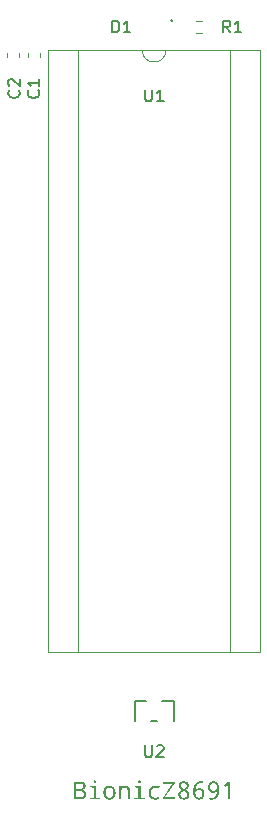
<source format=gbr>
G04 #@! TF.GenerationSoftware,KiCad,Pcbnew,7.0.11+dfsg-1build4*
G04 #@! TF.CreationDate,2024-10-25T09:32:41+09:00*
G04 #@! TF.ProjectId,bionic-z8691,62696f6e-6963-42d7-9a38-3639312e6b69,4*
G04 #@! TF.SameCoordinates,Original*
G04 #@! TF.FileFunction,Legend,Top*
G04 #@! TF.FilePolarity,Positive*
%FSLAX46Y46*%
G04 Gerber Fmt 4.6, Leading zero omitted, Abs format (unit mm)*
G04 Created by KiCad (PCBNEW 7.0.11+dfsg-1build4) date 2024-10-25 09:32:41*
%MOMM*%
%LPD*%
G01*
G04 APERTURE LIST*
%ADD10C,0.150000*%
%ADD11C,0.120000*%
%ADD12C,0.152400*%
G04 APERTURE END LIST*
D10*
G36*
X108648645Y-135669959D02*
G01*
X108665822Y-135670222D01*
X108682697Y-135670660D01*
X108699269Y-135671274D01*
X108715538Y-135672063D01*
X108731504Y-135673027D01*
X108747168Y-135674167D01*
X108762529Y-135675481D01*
X108777588Y-135676972D01*
X108792344Y-135678637D01*
X108820947Y-135682494D01*
X108848340Y-135687052D01*
X108874522Y-135692311D01*
X108899494Y-135698272D01*
X108923255Y-135704934D01*
X108945805Y-135712297D01*
X108967144Y-135720361D01*
X108987272Y-135729127D01*
X109006190Y-135738593D01*
X109023897Y-135748761D01*
X109040394Y-135759631D01*
X109055833Y-135771236D01*
X109070275Y-135783702D01*
X109083722Y-135797030D01*
X109096173Y-135811219D01*
X109107627Y-135826270D01*
X109118086Y-135842183D01*
X109127548Y-135858957D01*
X109136015Y-135876592D01*
X109143485Y-135895090D01*
X109149960Y-135914448D01*
X109155438Y-135934668D01*
X109159920Y-135955750D01*
X109163406Y-135977693D01*
X109165896Y-136000498D01*
X109167391Y-136024164D01*
X109167889Y-136048692D01*
X109167572Y-136064915D01*
X109166623Y-136080795D01*
X109165042Y-136096331D01*
X109162828Y-136111524D01*
X109159982Y-136126373D01*
X109156503Y-136140879D01*
X109152391Y-136155041D01*
X109145038Y-136175640D01*
X109136261Y-136195467D01*
X109126061Y-136214521D01*
X109114438Y-136232802D01*
X109101392Y-136250310D01*
X109091903Y-136261553D01*
X109086922Y-136267045D01*
X109076578Y-136277631D01*
X109065787Y-136287682D01*
X109054550Y-136297197D01*
X109042867Y-136306177D01*
X109030737Y-136314622D01*
X109018160Y-136322532D01*
X109005137Y-136329907D01*
X108991667Y-136336746D01*
X108977751Y-136343050D01*
X108963389Y-136348819D01*
X108948579Y-136354052D01*
X108933324Y-136358751D01*
X108917622Y-136362914D01*
X108901473Y-136366542D01*
X108884878Y-136369634D01*
X108867836Y-136372192D01*
X108867836Y-136382450D01*
X108888889Y-136386165D01*
X108909273Y-136390350D01*
X108928988Y-136395004D01*
X108948036Y-136400127D01*
X108966415Y-136405720D01*
X108984125Y-136411782D01*
X109001168Y-136418314D01*
X109017542Y-136425315D01*
X109033248Y-136432785D01*
X109048285Y-136440725D01*
X109062654Y-136449134D01*
X109076355Y-136458013D01*
X109089387Y-136467361D01*
X109101751Y-136477178D01*
X109113447Y-136487465D01*
X109124474Y-136498221D01*
X109134833Y-136509447D01*
X109144524Y-136521142D01*
X109153547Y-136533306D01*
X109161901Y-136545940D01*
X109169587Y-136559043D01*
X109176604Y-136572616D01*
X109182953Y-136586658D01*
X109188634Y-136601169D01*
X109193646Y-136616150D01*
X109197991Y-136631601D01*
X109201666Y-136647520D01*
X109204674Y-136663909D01*
X109207013Y-136680768D01*
X109208684Y-136698096D01*
X109209686Y-136715893D01*
X109210020Y-136734160D01*
X109209507Y-136759281D01*
X109207965Y-136783722D01*
X109205397Y-136807481D01*
X109201800Y-136830559D01*
X109197176Y-136852956D01*
X109191525Y-136874672D01*
X109184846Y-136895706D01*
X109177139Y-136916060D01*
X109168405Y-136935732D01*
X109158644Y-136954722D01*
X109147854Y-136973032D01*
X109136038Y-136990660D01*
X109123194Y-137007608D01*
X109109322Y-137023874D01*
X109094422Y-137039458D01*
X109078496Y-137054362D01*
X109061727Y-137068426D01*
X109044212Y-137081582D01*
X109025950Y-137093831D01*
X109006940Y-137105172D01*
X108987184Y-137115606D01*
X108966680Y-137125133D01*
X108945430Y-137133753D01*
X108923432Y-137141465D01*
X108900687Y-137148270D01*
X108877196Y-137154168D01*
X108852957Y-137159158D01*
X108827971Y-137163241D01*
X108802238Y-137166417D01*
X108775759Y-137168685D01*
X108748532Y-137170046D01*
X108720558Y-137170500D01*
X108177606Y-137170500D01*
X108177606Y-136466714D01*
X108370314Y-136466714D01*
X108370314Y-137006735D01*
X108686486Y-137006735D01*
X108706208Y-137006461D01*
X108725305Y-137005640D01*
X108743775Y-137004271D01*
X108761619Y-137002355D01*
X108778837Y-136999892D01*
X108795429Y-136996881D01*
X108811395Y-136993323D01*
X108826735Y-136989218D01*
X108841448Y-136984565D01*
X108855536Y-136979365D01*
X108881832Y-136967322D01*
X108905625Y-136953089D01*
X108926912Y-136936668D01*
X108945696Y-136918056D01*
X108961975Y-136897255D01*
X108975749Y-136874264D01*
X108987019Y-136849084D01*
X108995785Y-136821714D01*
X108999228Y-136807207D01*
X109002046Y-136792154D01*
X109004237Y-136776553D01*
X109005802Y-136760405D01*
X109006742Y-136743709D01*
X109007055Y-136726466D01*
X109006729Y-136710485D01*
X109005751Y-136695012D01*
X109004121Y-136680045D01*
X108998906Y-136651635D01*
X108991084Y-136625254D01*
X108980654Y-136600902D01*
X108967616Y-136578580D01*
X108951972Y-136558287D01*
X108933719Y-136540023D01*
X108912859Y-136523788D01*
X108889392Y-136509583D01*
X108863317Y-136497407D01*
X108849302Y-136492080D01*
X108834635Y-136487261D01*
X108819316Y-136482948D01*
X108803345Y-136479143D01*
X108786722Y-136475846D01*
X108769448Y-136473055D01*
X108751521Y-136470772D01*
X108732943Y-136468997D01*
X108713713Y-136467728D01*
X108693831Y-136466967D01*
X108673297Y-136466714D01*
X108370314Y-136466714D01*
X108177606Y-136466714D01*
X108177606Y-135833636D01*
X108370314Y-135833636D01*
X108370314Y-136302949D01*
X108662672Y-136302949D01*
X108682436Y-136302730D01*
X108701518Y-136302073D01*
X108719919Y-136300978D01*
X108737640Y-136299446D01*
X108754678Y-136297475D01*
X108771036Y-136295066D01*
X108786712Y-136292220D01*
X108801707Y-136288935D01*
X108816021Y-136285213D01*
X108836215Y-136278809D01*
X108854876Y-136271419D01*
X108872004Y-136263043D01*
X108887600Y-136253683D01*
X108897145Y-136246895D01*
X108910305Y-136235741D01*
X108922171Y-136223299D01*
X108932742Y-136209569D01*
X108942019Y-136194551D01*
X108950002Y-136178245D01*
X108956690Y-136160651D01*
X108962083Y-136141769D01*
X108966182Y-136121599D01*
X108968987Y-136100141D01*
X108970137Y-136085120D01*
X108970713Y-136069526D01*
X108970785Y-136061515D01*
X108970477Y-136046535D01*
X108968862Y-136025081D01*
X108965862Y-136004843D01*
X108961477Y-135985822D01*
X108955708Y-135968019D01*
X108948554Y-135951433D01*
X108940016Y-135936064D01*
X108930093Y-135921912D01*
X108918785Y-135908977D01*
X108906093Y-135897260D01*
X108892016Y-135886759D01*
X108876436Y-135877265D01*
X108859232Y-135868706D01*
X108840406Y-135861080D01*
X108819957Y-135854387D01*
X108805423Y-135850445D01*
X108790167Y-135846917D01*
X108774190Y-135843804D01*
X108757492Y-135841107D01*
X108740072Y-135838824D01*
X108721932Y-135836956D01*
X108703070Y-135835504D01*
X108683486Y-135834466D01*
X108663182Y-135833844D01*
X108642156Y-135833636D01*
X108370314Y-135833636D01*
X108177606Y-135833636D01*
X108177606Y-135669871D01*
X108631165Y-135669871D01*
X108648645Y-135669959D01*
G37*
G36*
X109950809Y-135576082D02*
G01*
X109970320Y-135577109D01*
X109987912Y-135580191D01*
X110003585Y-135585327D01*
X110017338Y-135592517D01*
X110029173Y-135601762D01*
X110039088Y-135613061D01*
X110047085Y-135626414D01*
X110053162Y-135641822D01*
X110057320Y-135659284D01*
X110059559Y-135678800D01*
X110059986Y-135692952D01*
X110059189Y-135710766D01*
X110056801Y-135727113D01*
X110052821Y-135741993D01*
X110045943Y-135757913D01*
X110036773Y-135771720D01*
X110027379Y-135781613D01*
X110014864Y-135791449D01*
X110001499Y-135799250D01*
X109987284Y-135805015D01*
X109972218Y-135808746D01*
X109956303Y-135810442D01*
X109950809Y-135810555D01*
X109931102Y-135809522D01*
X109913333Y-135806421D01*
X109897502Y-135801253D01*
X109883610Y-135794017D01*
X109871656Y-135784715D01*
X109861641Y-135773345D01*
X109853564Y-135759908D01*
X109847426Y-135744404D01*
X109843226Y-135726832D01*
X109840964Y-135707193D01*
X109840533Y-135692952D01*
X109841503Y-135672066D01*
X109844410Y-135653235D01*
X109849256Y-135636458D01*
X109856041Y-135621735D01*
X109864764Y-135609066D01*
X109875425Y-135598452D01*
X109888025Y-135589892D01*
X109902563Y-135583387D01*
X109919040Y-135578935D01*
X109937455Y-135576539D01*
X109950809Y-135576082D01*
G37*
G36*
X109856287Y-136192307D02*
G01*
X109578949Y-136170691D01*
X109578949Y-136045028D01*
X110043499Y-136045028D01*
X110043499Y-137023221D01*
X110406200Y-137043737D01*
X110406200Y-137170500D01*
X109501646Y-137170500D01*
X109501646Y-137043737D01*
X109856287Y-137023221D01*
X109856287Y-136192307D01*
G37*
G36*
X111221638Y-136022205D02*
G01*
X111248757Y-136024077D01*
X111275242Y-136027197D01*
X111301090Y-136031565D01*
X111326304Y-136037180D01*
X111350882Y-136044044D01*
X111374824Y-136052155D01*
X111398131Y-136061515D01*
X111420803Y-136072122D01*
X111442839Y-136083978D01*
X111464240Y-136097081D01*
X111485005Y-136111432D01*
X111505135Y-136127031D01*
X111524630Y-136143878D01*
X111543489Y-136161973D01*
X111561713Y-136181316D01*
X111579059Y-136201692D01*
X111595287Y-136222887D01*
X111610395Y-136244900D01*
X111624384Y-136267732D01*
X111637254Y-136291383D01*
X111649005Y-136315852D01*
X111659636Y-136341140D01*
X111669149Y-136367246D01*
X111677542Y-136394171D01*
X111684817Y-136421914D01*
X111690972Y-136450476D01*
X111693630Y-136465064D01*
X111696008Y-136479857D01*
X111698106Y-136494854D01*
X111699925Y-136510056D01*
X111701464Y-136525463D01*
X111702723Y-136541074D01*
X111703702Y-136556890D01*
X111704402Y-136572911D01*
X111704821Y-136589136D01*
X111704961Y-136605566D01*
X111704823Y-136622534D01*
X111704409Y-136639277D01*
X111703718Y-136655793D01*
X111702751Y-136672084D01*
X111701509Y-136688148D01*
X111699989Y-136703986D01*
X111698194Y-136719598D01*
X111696123Y-136734984D01*
X111693775Y-136750144D01*
X111691151Y-136765077D01*
X111688251Y-136779785D01*
X111685074Y-136794266D01*
X111681622Y-136808522D01*
X111673888Y-136836354D01*
X111665050Y-136863282D01*
X111655106Y-136889305D01*
X111644058Y-136914424D01*
X111631905Y-136938638D01*
X111618647Y-136961948D01*
X111604285Y-136984354D01*
X111588817Y-137005855D01*
X111572245Y-137026451D01*
X111563545Y-137036410D01*
X111545547Y-137055487D01*
X111526816Y-137073333D01*
X111507353Y-137089948D01*
X111487158Y-137105332D01*
X111466229Y-137119486D01*
X111444568Y-137132409D01*
X111422174Y-137144101D01*
X111399047Y-137154563D01*
X111375187Y-137163793D01*
X111350595Y-137171793D01*
X111325270Y-137178562D01*
X111299213Y-137184101D01*
X111272422Y-137188408D01*
X111244899Y-137191485D01*
X111216643Y-137193331D01*
X111187655Y-137193947D01*
X111160119Y-137193321D01*
X111133198Y-137191445D01*
X111106893Y-137188318D01*
X111081203Y-137183940D01*
X111056129Y-137178312D01*
X111031669Y-137171433D01*
X111007826Y-137163302D01*
X110984597Y-137153922D01*
X110961984Y-137143290D01*
X110939987Y-137131407D01*
X110918605Y-137118274D01*
X110897838Y-137103890D01*
X110877686Y-137088255D01*
X110858150Y-137071369D01*
X110839229Y-137053233D01*
X110820924Y-137033846D01*
X110803533Y-137013368D01*
X110787264Y-136992051D01*
X110772118Y-136969896D01*
X110758093Y-136946903D01*
X110745190Y-136923071D01*
X110733409Y-136898400D01*
X110722750Y-136872890D01*
X110713213Y-136846542D01*
X110704798Y-136819355D01*
X110697505Y-136791330D01*
X110694279Y-136777002D01*
X110691334Y-136762466D01*
X110688669Y-136747719D01*
X110686285Y-136732763D01*
X110684182Y-136717597D01*
X110682358Y-136702222D01*
X110680816Y-136686636D01*
X110679553Y-136670842D01*
X110678572Y-136654837D01*
X110677870Y-136638623D01*
X110677450Y-136622199D01*
X110677309Y-136605566D01*
X110871116Y-136605566D01*
X110871429Y-136632186D01*
X110872368Y-136657960D01*
X110873934Y-136682890D01*
X110876125Y-136706974D01*
X110878942Y-136730214D01*
X110882386Y-136752608D01*
X110886456Y-136774157D01*
X110891152Y-136794862D01*
X110896474Y-136814721D01*
X110902422Y-136833735D01*
X110908996Y-136851904D01*
X110916196Y-136869228D01*
X110924022Y-136885707D01*
X110932475Y-136901341D01*
X110941554Y-136916129D01*
X110951258Y-136930073D01*
X110961589Y-136943172D01*
X110972546Y-136955425D01*
X110984129Y-136966834D01*
X110996338Y-136977397D01*
X111009173Y-136987115D01*
X111022635Y-136995988D01*
X111036722Y-137004017D01*
X111051436Y-137011200D01*
X111066776Y-137017538D01*
X111082741Y-137023031D01*
X111099333Y-137027679D01*
X111116551Y-137031481D01*
X111134396Y-137034439D01*
X111152866Y-137036552D01*
X111171962Y-137037819D01*
X111191685Y-137038242D01*
X111211340Y-137037819D01*
X111230371Y-137036552D01*
X111248777Y-137034439D01*
X111266560Y-137031481D01*
X111283719Y-137027679D01*
X111300255Y-137023031D01*
X111316166Y-137017538D01*
X111331453Y-137011200D01*
X111346116Y-137004017D01*
X111360155Y-136995988D01*
X111373570Y-136987115D01*
X111386362Y-136977397D01*
X111398529Y-136966834D01*
X111410072Y-136955425D01*
X111420992Y-136943172D01*
X111431287Y-136930073D01*
X111440958Y-136916129D01*
X111450006Y-136901341D01*
X111458429Y-136885707D01*
X111466229Y-136869228D01*
X111473405Y-136851904D01*
X111479956Y-136833735D01*
X111485884Y-136814721D01*
X111491188Y-136794862D01*
X111495867Y-136774157D01*
X111499923Y-136752608D01*
X111503355Y-136730214D01*
X111506163Y-136706974D01*
X111508347Y-136682890D01*
X111509906Y-136657960D01*
X111510842Y-136632186D01*
X111511154Y-136605566D01*
X111510840Y-136579217D01*
X111509898Y-136553704D01*
X111508327Y-136529028D01*
X111506128Y-136505188D01*
X111503301Y-136482184D01*
X111499846Y-136460018D01*
X111495762Y-136438687D01*
X111491050Y-136418193D01*
X111485710Y-136398536D01*
X111479742Y-136379715D01*
X111473145Y-136361731D01*
X111465920Y-136344583D01*
X111458067Y-136328271D01*
X111449585Y-136312796D01*
X111440475Y-136298158D01*
X111430737Y-136284356D01*
X111420371Y-136271390D01*
X111409377Y-136259261D01*
X111397754Y-136247969D01*
X111385503Y-136237513D01*
X111372624Y-136227893D01*
X111359116Y-136219110D01*
X111344980Y-136211164D01*
X111330216Y-136204053D01*
X111314824Y-136197780D01*
X111298803Y-136192343D01*
X111282155Y-136187742D01*
X111264877Y-136183978D01*
X111246972Y-136181050D01*
X111228439Y-136178959D01*
X111209277Y-136177704D01*
X111189487Y-136177286D01*
X111169899Y-136177704D01*
X111150934Y-136178959D01*
X111132590Y-136181050D01*
X111114868Y-136183978D01*
X111097769Y-136187742D01*
X111081290Y-136192343D01*
X111065434Y-136197780D01*
X111050199Y-136204053D01*
X111035587Y-136211164D01*
X111021596Y-136219110D01*
X111008227Y-136227893D01*
X110995480Y-136237513D01*
X110983354Y-136247969D01*
X110971850Y-136259261D01*
X110960969Y-136271390D01*
X110950709Y-136284356D01*
X110941071Y-136298158D01*
X110932054Y-136312796D01*
X110923660Y-136328271D01*
X110915887Y-136344583D01*
X110908736Y-136361731D01*
X110902207Y-136379715D01*
X110896300Y-136398536D01*
X110891014Y-136418193D01*
X110886351Y-136438687D01*
X110882309Y-136460018D01*
X110878889Y-136482184D01*
X110876091Y-136505188D01*
X110873914Y-136529028D01*
X110872360Y-136553704D01*
X110871427Y-136579217D01*
X110871116Y-136605566D01*
X110677309Y-136605566D01*
X110677446Y-136588756D01*
X110677855Y-136572169D01*
X110678536Y-136555806D01*
X110679490Y-136539666D01*
X110680717Y-136523749D01*
X110682217Y-136508056D01*
X110683989Y-136492585D01*
X110686033Y-136477338D01*
X110688351Y-136462315D01*
X110690941Y-136447514D01*
X110693803Y-136432937D01*
X110696938Y-136418583D01*
X110704027Y-136390544D01*
X110712206Y-136363399D01*
X110721475Y-136337147D01*
X110731835Y-136311787D01*
X110743285Y-136287321D01*
X110755826Y-136263748D01*
X110769457Y-136241068D01*
X110784179Y-136219280D01*
X110799991Y-136198386D01*
X110816894Y-136178385D01*
X110834724Y-136159397D01*
X110853319Y-136141634D01*
X110872677Y-136125096D01*
X110892800Y-136109783D01*
X110913687Y-136095695D01*
X110935339Y-136082833D01*
X110957754Y-136071195D01*
X110980934Y-136060782D01*
X111004878Y-136051594D01*
X111029586Y-136043632D01*
X111055058Y-136036894D01*
X111081295Y-136031381D01*
X111108295Y-136027094D01*
X111136060Y-136024031D01*
X111164590Y-136022194D01*
X111193883Y-136021581D01*
X111221638Y-136022205D01*
G37*
G36*
X112733346Y-137170500D02*
G01*
X112733346Y-136444366D01*
X112733106Y-136427934D01*
X112732388Y-136412024D01*
X112731191Y-136396635D01*
X112729516Y-136381769D01*
X112724729Y-136353600D01*
X112718027Y-136327518D01*
X112709410Y-136303523D01*
X112698879Y-136281614D01*
X112686432Y-136261792D01*
X112672071Y-136244056D01*
X112655795Y-136228407D01*
X112637604Y-136214844D01*
X112617499Y-136203368D01*
X112595478Y-136193978D01*
X112571543Y-136186675D01*
X112545693Y-136181459D01*
X112517928Y-136178329D01*
X112488248Y-136177286D01*
X112468773Y-136177685D01*
X112449917Y-136178883D01*
X112431679Y-136180879D01*
X112414059Y-136183674D01*
X112397058Y-136187268D01*
X112380674Y-136191660D01*
X112364909Y-136196851D01*
X112349762Y-136202840D01*
X112335234Y-136209628D01*
X112321323Y-136217214D01*
X112308031Y-136225599D01*
X112295357Y-136234782D01*
X112283301Y-136244764D01*
X112271864Y-136255545D01*
X112261045Y-136267124D01*
X112250844Y-136279502D01*
X112241261Y-136292678D01*
X112232297Y-136306653D01*
X112223950Y-136321426D01*
X112216222Y-136336998D01*
X112209113Y-136353368D01*
X112202621Y-136370537D01*
X112196748Y-136388505D01*
X112191493Y-136407271D01*
X112186856Y-136426836D01*
X112182838Y-136447199D01*
X112179437Y-136468361D01*
X112176655Y-136490321D01*
X112174491Y-136513080D01*
X112172946Y-136536638D01*
X112172018Y-136560994D01*
X112171709Y-136586148D01*
X112171709Y-137170500D01*
X111984131Y-137170500D01*
X111984131Y-136045028D01*
X112135439Y-136045028D01*
X112163283Y-136194871D01*
X112173541Y-136194871D01*
X112187346Y-136173887D01*
X112202198Y-136154257D01*
X112218097Y-136135980D01*
X112235044Y-136119057D01*
X112253039Y-136103488D01*
X112272082Y-136089273D01*
X112292171Y-136076411D01*
X112313309Y-136064904D01*
X112335494Y-136054750D01*
X112358727Y-136045950D01*
X112383007Y-136038504D01*
X112408335Y-136032412D01*
X112434710Y-136027673D01*
X112462133Y-136024289D01*
X112490604Y-136022258D01*
X112520122Y-136021581D01*
X112544780Y-136021984D01*
X112568656Y-136023191D01*
X112591749Y-136025204D01*
X112614060Y-136028021D01*
X112635587Y-136031644D01*
X112656332Y-136036071D01*
X112676294Y-136041304D01*
X112695473Y-136047341D01*
X112713869Y-136054184D01*
X112731482Y-136061831D01*
X112748313Y-136070284D01*
X112764361Y-136079541D01*
X112779626Y-136089604D01*
X112794108Y-136100471D01*
X112807807Y-136112144D01*
X112820724Y-136124621D01*
X112832857Y-136137904D01*
X112844208Y-136151991D01*
X112854776Y-136166884D01*
X112864561Y-136182581D01*
X112873564Y-136199084D01*
X112881783Y-136216391D01*
X112889220Y-136234504D01*
X112895874Y-136253421D01*
X112901745Y-136273144D01*
X112906833Y-136293671D01*
X112911139Y-136315004D01*
X112914662Y-136337141D01*
X112917401Y-136360083D01*
X112919359Y-136383831D01*
X112920533Y-136408383D01*
X112920924Y-136433741D01*
X112920924Y-137170500D01*
X112733346Y-137170500D01*
G37*
G36*
X113731688Y-135576082D02*
G01*
X113751199Y-135577109D01*
X113768791Y-135580191D01*
X113784464Y-135585327D01*
X113798218Y-135592517D01*
X113810052Y-135601762D01*
X113819968Y-135613061D01*
X113827964Y-135626414D01*
X113834041Y-135641822D01*
X113838199Y-135659284D01*
X113840438Y-135678800D01*
X113840865Y-135692952D01*
X113840069Y-135710766D01*
X113837681Y-135727113D01*
X113833700Y-135741993D01*
X113826822Y-135757913D01*
X113817652Y-135771720D01*
X113808258Y-135781613D01*
X113795743Y-135791449D01*
X113782378Y-135799250D01*
X113768163Y-135805015D01*
X113753098Y-135808746D01*
X113737182Y-135810442D01*
X113731688Y-135810555D01*
X113711981Y-135809522D01*
X113694212Y-135806421D01*
X113678381Y-135801253D01*
X113664489Y-135794017D01*
X113652535Y-135784715D01*
X113642520Y-135773345D01*
X113634443Y-135759908D01*
X113628305Y-135744404D01*
X113624105Y-135726832D01*
X113621843Y-135707193D01*
X113621413Y-135692952D01*
X113622382Y-135672066D01*
X113625290Y-135653235D01*
X113630136Y-135636458D01*
X113636920Y-135621735D01*
X113645643Y-135609066D01*
X113656305Y-135598452D01*
X113668904Y-135589892D01*
X113683443Y-135583387D01*
X113699919Y-135578935D01*
X113718335Y-135576539D01*
X113731688Y-135576082D01*
G37*
G36*
X113637166Y-136192307D02*
G01*
X113359829Y-136170691D01*
X113359829Y-136045028D01*
X113824378Y-136045028D01*
X113824378Y-137023221D01*
X114187079Y-137043737D01*
X114187079Y-137170500D01*
X113282526Y-137170500D01*
X113282526Y-137043737D01*
X113637166Y-137023221D01*
X113637166Y-136192307D01*
G37*
G36*
X115433084Y-136082398D02*
G01*
X115369337Y-136245063D01*
X115350140Y-136237832D01*
X115331200Y-136231067D01*
X115312519Y-136224769D01*
X115294094Y-136218937D01*
X115275928Y-136213572D01*
X115258019Y-136208673D01*
X115240368Y-136204241D01*
X115222974Y-136200275D01*
X115205838Y-136196776D01*
X115188959Y-136193744D01*
X115172338Y-136191178D01*
X115155975Y-136189078D01*
X115139869Y-136187445D01*
X115124021Y-136186279D01*
X115108431Y-136185579D01*
X115093098Y-136185346D01*
X115069589Y-136185762D01*
X115046826Y-136187010D01*
X115024809Y-136189091D01*
X115003539Y-136192004D01*
X114983015Y-136195748D01*
X114963238Y-136200325D01*
X114944206Y-136205735D01*
X114925921Y-136211976D01*
X114908383Y-136219050D01*
X114891590Y-136226956D01*
X114875544Y-136235694D01*
X114860245Y-136245264D01*
X114845691Y-136255666D01*
X114831884Y-136266901D01*
X114818824Y-136278967D01*
X114806509Y-136291866D01*
X114794941Y-136305598D01*
X114784120Y-136320161D01*
X114774044Y-136335556D01*
X114764715Y-136351784D01*
X114756133Y-136368844D01*
X114748296Y-136386736D01*
X114741206Y-136405460D01*
X114734862Y-136425017D01*
X114729265Y-136445406D01*
X114724414Y-136466626D01*
X114720309Y-136488679D01*
X114716951Y-136511565D01*
X114714338Y-136535282D01*
X114712473Y-136559832D01*
X114711353Y-136585214D01*
X114710980Y-136611428D01*
X114711343Y-136637191D01*
X114712433Y-136662136D01*
X114714248Y-136686264D01*
X114716790Y-136709573D01*
X114720059Y-136732065D01*
X114724053Y-136753739D01*
X114728774Y-136774595D01*
X114734221Y-136794633D01*
X114740395Y-136813853D01*
X114747294Y-136832255D01*
X114754920Y-136849840D01*
X114763273Y-136866606D01*
X114772351Y-136882555D01*
X114782156Y-136897685D01*
X114792687Y-136911998D01*
X114803945Y-136925493D01*
X114815929Y-136938171D01*
X114828639Y-136950030D01*
X114842075Y-136961071D01*
X114856238Y-136971295D01*
X114871127Y-136980700D01*
X114886742Y-136989288D01*
X114903083Y-136997058D01*
X114920151Y-137004010D01*
X114937945Y-137010144D01*
X114956465Y-137015460D01*
X114975712Y-137019958D01*
X114995685Y-137023639D01*
X115016384Y-137026502D01*
X115037810Y-137028546D01*
X115059962Y-137029773D01*
X115082840Y-137030182D01*
X115103109Y-137029933D01*
X115123432Y-137029186D01*
X115143809Y-137027941D01*
X115164241Y-137026198D01*
X115184728Y-137023957D01*
X115205268Y-137021218D01*
X115225863Y-137017980D01*
X115246513Y-137014245D01*
X115267217Y-137010012D01*
X115287975Y-137005281D01*
X115308788Y-137000051D01*
X115329655Y-136994324D01*
X115350576Y-136988099D01*
X115371552Y-136981375D01*
X115392582Y-136974154D01*
X115413667Y-136966435D01*
X115413667Y-137131299D01*
X115396157Y-137138885D01*
X115378158Y-137145982D01*
X115359669Y-137152589D01*
X115340691Y-137158707D01*
X115321224Y-137164336D01*
X115301267Y-137169475D01*
X115280821Y-137174125D01*
X115259885Y-137178285D01*
X115238460Y-137181956D01*
X115216545Y-137185137D01*
X115194141Y-137187829D01*
X115171248Y-137190031D01*
X115147865Y-137191744D01*
X115123993Y-137192968D01*
X115099631Y-137193702D01*
X115074780Y-137193947D01*
X115058340Y-137193800D01*
X115042132Y-137193361D01*
X115026154Y-137192630D01*
X115010408Y-137191606D01*
X114994893Y-137190289D01*
X114979609Y-137188679D01*
X114964557Y-137186777D01*
X114949735Y-137184582D01*
X114935144Y-137182094D01*
X114906657Y-137176241D01*
X114879094Y-137169217D01*
X114852455Y-137161022D01*
X114826741Y-137151657D01*
X114801951Y-137141121D01*
X114778086Y-137129415D01*
X114755145Y-137116538D01*
X114733129Y-137102490D01*
X114712037Y-137087271D01*
X114691870Y-137070882D01*
X114672627Y-137053323D01*
X114663353Y-137044104D01*
X114645651Y-137024864D01*
X114629092Y-137004605D01*
X114613674Y-136983327D01*
X114599399Y-136961031D01*
X114586266Y-136937715D01*
X114574275Y-136913380D01*
X114563425Y-136888027D01*
X114553718Y-136861654D01*
X114545153Y-136834263D01*
X114537730Y-136805853D01*
X114534446Y-136791265D01*
X114531449Y-136776423D01*
X114528736Y-136761326D01*
X114526309Y-136745975D01*
X114524168Y-136730369D01*
X114522312Y-136714508D01*
X114520742Y-136698392D01*
X114519457Y-136682021D01*
X114518458Y-136665396D01*
X114517744Y-136648516D01*
X114517316Y-136631382D01*
X114517173Y-136613992D01*
X114517319Y-136596038D01*
X114517757Y-136578353D01*
X114518487Y-136560938D01*
X114519509Y-136543793D01*
X114520823Y-136526918D01*
X114522428Y-136510313D01*
X114524326Y-136493977D01*
X114526516Y-136477911D01*
X114528997Y-136462115D01*
X114531771Y-136446588D01*
X114534836Y-136431331D01*
X114538193Y-136416344D01*
X114541843Y-136401627D01*
X114545784Y-136387180D01*
X114550017Y-136373002D01*
X114559360Y-136345456D01*
X114569870Y-136318989D01*
X114581547Y-136293601D01*
X114594393Y-136269292D01*
X114608407Y-136246063D01*
X114623588Y-136223912D01*
X114639937Y-136202840D01*
X114657454Y-136182848D01*
X114666650Y-136173256D01*
X114685808Y-136154889D01*
X114705914Y-136137707D01*
X114726967Y-136121710D01*
X114748967Y-136106898D01*
X114771915Y-136093271D01*
X114795810Y-136080829D01*
X114820653Y-136069572D01*
X114846443Y-136059500D01*
X114873181Y-136050613D01*
X114900865Y-136042910D01*
X114929498Y-136036393D01*
X114944169Y-136033579D01*
X114959077Y-136031061D01*
X114974222Y-136028839D01*
X114989604Y-136026913D01*
X115005223Y-136025284D01*
X115021079Y-136023951D01*
X115037171Y-136022914D01*
X115053501Y-136022174D01*
X115070067Y-136021729D01*
X115086870Y-136021581D01*
X115109732Y-136021819D01*
X115132431Y-136022531D01*
X115154966Y-136023719D01*
X115177339Y-136025382D01*
X115199548Y-136027520D01*
X115221594Y-136030133D01*
X115243478Y-136033222D01*
X115265198Y-136036785D01*
X115286754Y-136040824D01*
X115308148Y-136045338D01*
X115329379Y-136050326D01*
X115350446Y-136055790D01*
X115371350Y-136061730D01*
X115392091Y-136068144D01*
X115412669Y-136075033D01*
X115433084Y-136082398D01*
G37*
G36*
X116758224Y-137170500D02*
G01*
X115705293Y-137170500D01*
X115705293Y-137023221D01*
X116522285Y-135838765D01*
X115726908Y-135838765D01*
X115726908Y-135669871D01*
X116737707Y-135669871D01*
X116737707Y-135817150D01*
X115920715Y-137001606D01*
X116758224Y-137001606D01*
X116758224Y-137170500D01*
G37*
G36*
X117516589Y-135646805D02*
G01*
X117539461Y-135647947D01*
X117561766Y-135649850D01*
X117583505Y-135652515D01*
X117604677Y-135655941D01*
X117625282Y-135660128D01*
X117645320Y-135665077D01*
X117664792Y-135670787D01*
X117683697Y-135677259D01*
X117702035Y-135684492D01*
X117719807Y-135692486D01*
X117737011Y-135701241D01*
X117753650Y-135710758D01*
X117769721Y-135721037D01*
X117785226Y-135732076D01*
X117800163Y-135743877D01*
X117814404Y-135756326D01*
X117827727Y-135769311D01*
X117840130Y-135782830D01*
X117851615Y-135796885D01*
X117862181Y-135811476D01*
X117871828Y-135826601D01*
X117880556Y-135842262D01*
X117888366Y-135858457D01*
X117895256Y-135875189D01*
X117901229Y-135892455D01*
X117906282Y-135910256D01*
X117910416Y-135928593D01*
X117913632Y-135947465D01*
X117915929Y-135966873D01*
X117917307Y-135986815D01*
X117917766Y-136007293D01*
X117916712Y-136036336D01*
X117913548Y-136064572D01*
X117908274Y-136092000D01*
X117900891Y-136118622D01*
X117891398Y-136144436D01*
X117879796Y-136169443D01*
X117866085Y-136193644D01*
X117850264Y-136217036D01*
X117832333Y-136239622D01*
X117822577Y-136250612D01*
X117812294Y-136261401D01*
X117801483Y-136271988D01*
X117790144Y-136282372D01*
X117778279Y-136292555D01*
X117765886Y-136302537D01*
X117752965Y-136312316D01*
X117739517Y-136321894D01*
X117725542Y-136331270D01*
X117711040Y-136340444D01*
X117696010Y-136349416D01*
X117680453Y-136358187D01*
X117664368Y-136366756D01*
X117647756Y-136375123D01*
X117667343Y-136385500D01*
X117686309Y-136396025D01*
X117704652Y-136406698D01*
X117722374Y-136417518D01*
X117739474Y-136428485D01*
X117755952Y-136439600D01*
X117771809Y-136450862D01*
X117787043Y-136462272D01*
X117801656Y-136473829D01*
X117815647Y-136485533D01*
X117829016Y-136497385D01*
X117841763Y-136509384D01*
X117853888Y-136521530D01*
X117865392Y-136533824D01*
X117876274Y-136546266D01*
X117886534Y-136558854D01*
X117896172Y-136571591D01*
X117905188Y-136584474D01*
X117913583Y-136597505D01*
X117921356Y-136610683D01*
X117928507Y-136624009D01*
X117935036Y-136637482D01*
X117940943Y-136651103D01*
X117946228Y-136664871D01*
X117950892Y-136678786D01*
X117958354Y-136707059D01*
X117963328Y-136735922D01*
X117964883Y-136750574D01*
X117965816Y-136765374D01*
X117966127Y-136780322D01*
X117965618Y-136803391D01*
X117964094Y-136825888D01*
X117961554Y-136847813D01*
X117957998Y-136869165D01*
X117953425Y-136889945D01*
X117947837Y-136910152D01*
X117941232Y-136929787D01*
X117933612Y-136948849D01*
X117924975Y-136967339D01*
X117915322Y-136985257D01*
X117904653Y-137002602D01*
X117892968Y-137019374D01*
X117880267Y-137035574D01*
X117866550Y-137051202D01*
X117851817Y-137066257D01*
X117836067Y-137080740D01*
X117819529Y-137094449D01*
X117802339Y-137107273D01*
X117784496Y-137119213D01*
X117766000Y-137130268D01*
X117746852Y-137140439D01*
X117727051Y-137149726D01*
X117706597Y-137158128D01*
X117685491Y-137165645D01*
X117663733Y-137172278D01*
X117641322Y-137178027D01*
X117618258Y-137182891D01*
X117594542Y-137186871D01*
X117570173Y-137189967D01*
X117545151Y-137192178D01*
X117519477Y-137193505D01*
X117493150Y-137193947D01*
X117465733Y-137193530D01*
X117439077Y-137192281D01*
X117413183Y-137190199D01*
X117388049Y-137187284D01*
X117363678Y-137183535D01*
X117340067Y-137178955D01*
X117317218Y-137173541D01*
X117295130Y-137167294D01*
X117273804Y-137160214D01*
X117253239Y-137152301D01*
X117233435Y-137143556D01*
X117214393Y-137133978D01*
X117196112Y-137123566D01*
X117178592Y-137112322D01*
X117161834Y-137100245D01*
X117145837Y-137087335D01*
X117130753Y-137073632D01*
X117116642Y-137059268D01*
X117103505Y-137044243D01*
X117091340Y-137028556D01*
X117080149Y-137012209D01*
X117069931Y-136995200D01*
X117060686Y-136977530D01*
X117052414Y-136959199D01*
X117045115Y-136940207D01*
X117038790Y-136920553D01*
X117033437Y-136900239D01*
X117029058Y-136879263D01*
X117025652Y-136857626D01*
X117023219Y-136835328D01*
X117021760Y-136812368D01*
X117021273Y-136788748D01*
X117021286Y-136788015D01*
X117204455Y-136788015D01*
X117204733Y-136803162D01*
X117205566Y-136817828D01*
X117208897Y-136845718D01*
X117214450Y-136871684D01*
X117222224Y-136895726D01*
X117232219Y-136917846D01*
X117244435Y-136938041D01*
X117258872Y-136956314D01*
X117275530Y-136972663D01*
X117294409Y-136987088D01*
X117315509Y-136999591D01*
X117338831Y-137010169D01*
X117364373Y-137018825D01*
X117392137Y-137025557D01*
X117406851Y-137028201D01*
X117422121Y-137030365D01*
X117437947Y-137032048D01*
X117454327Y-137033250D01*
X117471263Y-137033972D01*
X117488754Y-137034212D01*
X117506045Y-137033950D01*
X117522837Y-137033164D01*
X117539132Y-137031855D01*
X117554928Y-137030022D01*
X117570227Y-137027665D01*
X117585028Y-137024784D01*
X117599330Y-137021379D01*
X117619850Y-137015290D01*
X117639249Y-137008023D01*
X117657528Y-136999577D01*
X117674687Y-136989952D01*
X117690724Y-136979149D01*
X117705642Y-136967167D01*
X117719391Y-136954067D01*
X117731788Y-136940046D01*
X117742832Y-136925104D01*
X117752525Y-136909242D01*
X117760864Y-136892458D01*
X117767852Y-136874753D01*
X117773487Y-136856128D01*
X117777769Y-136836581D01*
X117780700Y-136816114D01*
X117782277Y-136794726D01*
X117782578Y-136779955D01*
X117782008Y-136762831D01*
X117780298Y-136746081D01*
X117777449Y-136729704D01*
X117773459Y-136713700D01*
X117768330Y-136698071D01*
X117762060Y-136682814D01*
X117754651Y-136667931D01*
X117746102Y-136653422D01*
X117736413Y-136639286D01*
X117725584Y-136625524D01*
X117717732Y-136616557D01*
X117704774Y-136603123D01*
X117690220Y-136589612D01*
X117674068Y-136576023D01*
X117662413Y-136566922D01*
X117650049Y-136557785D01*
X117636974Y-136548615D01*
X117623190Y-136539410D01*
X117608695Y-136530171D01*
X117593491Y-136520897D01*
X117577577Y-136511589D01*
X117560953Y-136502247D01*
X117543620Y-136492870D01*
X117525576Y-136483459D01*
X117506823Y-136474014D01*
X117497180Y-136469278D01*
X117466406Y-136454990D01*
X117450290Y-136462835D01*
X117434685Y-136470845D01*
X117419592Y-136479021D01*
X117405011Y-136487362D01*
X117390941Y-136495868D01*
X117377383Y-136504539D01*
X117364337Y-136513376D01*
X117351802Y-136522378D01*
X117339779Y-136531546D01*
X117328268Y-136540878D01*
X117306780Y-136560039D01*
X117287338Y-136579862D01*
X117269943Y-136600345D01*
X117254594Y-136621490D01*
X117241292Y-136643296D01*
X117230036Y-136665763D01*
X117220827Y-136688891D01*
X117213664Y-136712680D01*
X117208548Y-136737131D01*
X117205478Y-136762242D01*
X117204455Y-136788015D01*
X117021286Y-136788015D01*
X117021557Y-136772314D01*
X117022408Y-136756124D01*
X117023827Y-136740177D01*
X117025813Y-136724474D01*
X117028366Y-136709014D01*
X117031487Y-136693797D01*
X117035175Y-136678823D01*
X117039431Y-136664092D01*
X117044254Y-136649605D01*
X117049645Y-136635362D01*
X117055603Y-136621361D01*
X117062128Y-136607604D01*
X117069221Y-136594090D01*
X117076882Y-136580819D01*
X117085110Y-136567792D01*
X117093905Y-136555008D01*
X117103267Y-136542467D01*
X117113198Y-136530169D01*
X117123695Y-136518115D01*
X117134760Y-136506304D01*
X117146393Y-136494736D01*
X117158592Y-136483412D01*
X117171360Y-136472331D01*
X117184694Y-136461493D01*
X117198597Y-136450899D01*
X117213066Y-136440547D01*
X117228103Y-136430439D01*
X117243708Y-136420575D01*
X117259880Y-136410953D01*
X117276619Y-136401575D01*
X117293926Y-136392441D01*
X117311800Y-136383549D01*
X117296901Y-136374107D01*
X117282475Y-136364511D01*
X117268522Y-136354761D01*
X117255042Y-136344858D01*
X117242035Y-136334800D01*
X117229501Y-136324589D01*
X117217440Y-136314224D01*
X117205852Y-136303705D01*
X117194737Y-136293032D01*
X117184095Y-136282205D01*
X117173926Y-136271224D01*
X117164230Y-136260090D01*
X117146256Y-136237360D01*
X117130175Y-136214014D01*
X117115985Y-136190053D01*
X117103688Y-136165476D01*
X117093282Y-136140285D01*
X117084769Y-136114477D01*
X117078147Y-136088055D01*
X117073417Y-136061017D01*
X117070579Y-136033363D01*
X117070013Y-136016452D01*
X117253182Y-136016452D01*
X117253629Y-136033381D01*
X117254972Y-136049820D01*
X117257210Y-136065770D01*
X117260343Y-136081230D01*
X117264371Y-136096201D01*
X117269295Y-136110682D01*
X117275113Y-136124674D01*
X117281827Y-136138177D01*
X117289436Y-136151190D01*
X117297940Y-136163713D01*
X117304106Y-136171790D01*
X117314440Y-136183681D01*
X117326346Y-136195584D01*
X117339822Y-136207500D01*
X117354871Y-136219429D01*
X117371490Y-136231371D01*
X117389681Y-136243326D01*
X117402681Y-136251303D01*
X117416380Y-136259286D01*
X117430777Y-136267274D01*
X117445872Y-136275268D01*
X117461666Y-136283268D01*
X117478158Y-136291274D01*
X117495348Y-136299285D01*
X117510044Y-136292665D01*
X117524274Y-136285902D01*
X117538037Y-136278995D01*
X117551333Y-136271945D01*
X117564163Y-136264753D01*
X117588424Y-136249938D01*
X117610818Y-136234550D01*
X117631345Y-136218591D01*
X117650007Y-136202058D01*
X117666803Y-136184954D01*
X117681732Y-136167277D01*
X117694795Y-136149027D01*
X117705992Y-136130205D01*
X117715323Y-136110811D01*
X117722788Y-136090844D01*
X117728386Y-136070305D01*
X117732118Y-136049193D01*
X117733985Y-136027509D01*
X117734218Y-136016452D01*
X117733648Y-135997646D01*
X117731938Y-135979697D01*
X117729088Y-135962604D01*
X117725099Y-135946368D01*
X117719969Y-135930988D01*
X117713700Y-135916465D01*
X117706291Y-135902798D01*
X117697742Y-135889988D01*
X117688053Y-135878034D01*
X117677224Y-135866937D01*
X117669371Y-135860015D01*
X117656784Y-135850390D01*
X117643341Y-135841712D01*
X117629041Y-135833981D01*
X117613884Y-135827196D01*
X117597871Y-135821358D01*
X117581002Y-135816467D01*
X117563276Y-135812523D01*
X117544693Y-135809525D01*
X117525254Y-135807474D01*
X117504958Y-135806369D01*
X117490952Y-135806159D01*
X117470874Y-135806632D01*
X117451582Y-135808052D01*
X117433076Y-135810419D01*
X117415355Y-135813732D01*
X117398420Y-135817992D01*
X117382271Y-135823199D01*
X117366907Y-135829353D01*
X117352329Y-135836453D01*
X117338537Y-135844499D01*
X117325530Y-135853493D01*
X117317295Y-135860015D01*
X117305838Y-135870541D01*
X117295507Y-135881923D01*
X117286303Y-135894163D01*
X117278226Y-135907258D01*
X117271276Y-135921211D01*
X117265453Y-135936019D01*
X117260758Y-135951685D01*
X117257189Y-135968206D01*
X117254747Y-135985585D01*
X117253432Y-136003820D01*
X117253182Y-136016452D01*
X117070013Y-136016452D01*
X117069633Y-136005095D01*
X117070101Y-135984753D01*
X117071505Y-135964944D01*
X117073845Y-135945666D01*
X117077121Y-135926922D01*
X117081332Y-135908709D01*
X117086480Y-135891030D01*
X117092564Y-135873882D01*
X117099583Y-135857267D01*
X117107539Y-135841184D01*
X117116430Y-135825634D01*
X117126258Y-135810615D01*
X117137021Y-135796130D01*
X117148721Y-135782176D01*
X117161356Y-135768755D01*
X117174927Y-135755867D01*
X117189434Y-135743511D01*
X117204703Y-135731754D01*
X117220466Y-135720756D01*
X117236725Y-135710516D01*
X117253479Y-135701035D01*
X117270728Y-135692313D01*
X117288473Y-135684349D01*
X117306712Y-135677143D01*
X117325447Y-135670696D01*
X117344677Y-135665007D01*
X117364402Y-135660077D01*
X117384622Y-135655905D01*
X117405337Y-135652492D01*
X117426548Y-135649837D01*
X117448253Y-135647941D01*
X117470454Y-135646803D01*
X117493150Y-135646424D01*
X117516589Y-135646805D01*
G37*
G36*
X118957523Y-135646595D02*
G01*
X118976665Y-135647107D01*
X118995150Y-135647960D01*
X119012978Y-135649155D01*
X119030149Y-135650691D01*
X119046664Y-135652568D01*
X119062521Y-135654786D01*
X119077722Y-135657346D01*
X119092265Y-135660248D01*
X119110635Y-135664647D01*
X119115045Y-135665841D01*
X119115045Y-135825576D01*
X119096343Y-135821025D01*
X119081813Y-135818010D01*
X119066852Y-135815337D01*
X119051460Y-135813004D01*
X119035635Y-135811013D01*
X119019380Y-135809364D01*
X119002693Y-135808055D01*
X118985574Y-135807088D01*
X118968024Y-135806462D01*
X118950042Y-135806178D01*
X118943953Y-135806159D01*
X118915549Y-135806723D01*
X118888042Y-135808414D01*
X118861431Y-135811234D01*
X118835715Y-135815181D01*
X118810895Y-135820255D01*
X118786971Y-135826458D01*
X118763943Y-135833788D01*
X118741811Y-135842246D01*
X118720575Y-135851831D01*
X118700235Y-135862545D01*
X118680790Y-135874386D01*
X118662242Y-135887354D01*
X118644589Y-135901451D01*
X118627832Y-135916675D01*
X118611971Y-135933027D01*
X118597006Y-135950506D01*
X118582947Y-135969165D01*
X118569712Y-135989146D01*
X118557301Y-136010450D01*
X118545715Y-136033076D01*
X118534953Y-136057024D01*
X118525015Y-136082295D01*
X118515902Y-136108887D01*
X118507613Y-136136803D01*
X118503778Y-136151256D01*
X118500148Y-136166040D01*
X118496725Y-136181155D01*
X118493508Y-136196600D01*
X118490497Y-136212376D01*
X118487692Y-136228483D01*
X118485093Y-136244920D01*
X118482700Y-136261687D01*
X118480513Y-136278785D01*
X118478533Y-136296214D01*
X118476758Y-136313973D01*
X118475190Y-136332063D01*
X118473827Y-136350484D01*
X118472671Y-136369235D01*
X118471721Y-136388317D01*
X118470976Y-136407729D01*
X118483433Y-136407729D01*
X118496131Y-136386523D01*
X118509771Y-136366685D01*
X118524353Y-136348215D01*
X118539876Y-136331113D01*
X118556341Y-136315380D01*
X118573747Y-136301014D01*
X118592096Y-136288017D01*
X118611386Y-136276387D01*
X118631617Y-136266126D01*
X118652790Y-136257234D01*
X118674905Y-136249709D01*
X118697962Y-136243552D01*
X118721960Y-136238764D01*
X118746900Y-136235343D01*
X118772782Y-136233291D01*
X118799605Y-136232607D01*
X118824362Y-136233085D01*
X118848440Y-136234519D01*
X118871841Y-136236909D01*
X118894562Y-136240255D01*
X118916606Y-136244557D01*
X118937971Y-136249815D01*
X118958657Y-136256029D01*
X118978666Y-136263198D01*
X118997996Y-136271324D01*
X119016647Y-136280406D01*
X119034621Y-136290444D01*
X119051916Y-136301438D01*
X119068532Y-136313387D01*
X119084471Y-136326293D01*
X119099731Y-136340155D01*
X119114312Y-136354973D01*
X119128109Y-136370618D01*
X119141017Y-136386961D01*
X119153034Y-136404002D01*
X119164161Y-136421743D01*
X119174397Y-136440181D01*
X119183744Y-136459318D01*
X119192200Y-136479153D01*
X119199767Y-136499687D01*
X119206443Y-136520918D01*
X119212229Y-136542849D01*
X119217125Y-136565478D01*
X119221130Y-136588805D01*
X119224246Y-136612830D01*
X119226471Y-136637554D01*
X119227806Y-136662976D01*
X119228251Y-136689097D01*
X119227766Y-136718018D01*
X119226311Y-136746164D01*
X119223885Y-136773534D01*
X119220489Y-136800128D01*
X119216123Y-136825947D01*
X119210786Y-136850990D01*
X119204479Y-136875257D01*
X119197202Y-136898749D01*
X119188955Y-136921465D01*
X119179737Y-136943405D01*
X119169549Y-136964570D01*
X119158390Y-136984959D01*
X119146262Y-137004572D01*
X119133163Y-137023410D01*
X119119093Y-137041472D01*
X119104054Y-137058758D01*
X119088197Y-137075129D01*
X119071676Y-137090443D01*
X119054492Y-137104701D01*
X119036643Y-137117903D01*
X119018130Y-137130049D01*
X118998953Y-137141139D01*
X118979112Y-137151172D01*
X118958607Y-137160150D01*
X118937438Y-137168071D01*
X118915605Y-137174936D01*
X118893108Y-137180745D01*
X118869947Y-137185498D01*
X118846122Y-137189194D01*
X118821633Y-137191834D01*
X118796480Y-137193419D01*
X118770662Y-137193947D01*
X118742946Y-137193270D01*
X118715943Y-137191239D01*
X118689652Y-137187855D01*
X118664073Y-137183116D01*
X118639208Y-137177024D01*
X118615055Y-137169578D01*
X118591615Y-137160778D01*
X118568887Y-137150624D01*
X118546873Y-137139117D01*
X118525570Y-137126255D01*
X118504981Y-137112040D01*
X118485104Y-137096471D01*
X118465940Y-137079548D01*
X118447489Y-137061271D01*
X118429750Y-137041641D01*
X118412725Y-137020657D01*
X118396576Y-136998388D01*
X118381469Y-136974998D01*
X118367404Y-136950486D01*
X118354381Y-136924852D01*
X118342400Y-136898096D01*
X118336800Y-136884297D01*
X118331460Y-136870218D01*
X118326381Y-136855858D01*
X118321563Y-136841218D01*
X118317005Y-136826297D01*
X118312707Y-136811096D01*
X118308670Y-136795614D01*
X118304893Y-136779852D01*
X118301377Y-136763809D01*
X118298121Y-136747486D01*
X118295126Y-136730882D01*
X118292391Y-136713998D01*
X118289917Y-136696833D01*
X118287703Y-136679388D01*
X118285749Y-136661662D01*
X118284849Y-136652094D01*
X118466946Y-136652094D01*
X118467271Y-136671391D01*
X118468246Y-136690356D01*
X118469870Y-136708989D01*
X118472144Y-136727290D01*
X118475068Y-136745259D01*
X118478642Y-136762896D01*
X118482865Y-136780201D01*
X118487738Y-136797174D01*
X118493260Y-136813815D01*
X118499433Y-136830124D01*
X118506255Y-136846101D01*
X118513727Y-136861746D01*
X118521848Y-136877059D01*
X118530619Y-136892040D01*
X118540040Y-136906689D01*
X118550111Y-136921005D01*
X118560754Y-136934714D01*
X118571801Y-136947538D01*
X118583251Y-136959478D01*
X118595105Y-136970533D01*
X118607363Y-136980704D01*
X118620024Y-136989991D01*
X118633088Y-136998393D01*
X118646557Y-137005910D01*
X118660428Y-137012544D01*
X118674704Y-137018292D01*
X118689383Y-137023157D01*
X118704465Y-137027137D01*
X118719951Y-137030232D01*
X118735841Y-137032443D01*
X118752134Y-137033770D01*
X118768831Y-137034212D01*
X118784956Y-137033860D01*
X118800636Y-137032804D01*
X118815868Y-137031044D01*
X118830655Y-137028579D01*
X118844994Y-137025411D01*
X118865667Y-137019338D01*
X118885334Y-137011681D01*
X118903998Y-137002439D01*
X118921656Y-136991614D01*
X118938310Y-136979204D01*
X118953959Y-136965210D01*
X118968604Y-136949631D01*
X118973262Y-136944086D01*
X118986422Y-136926521D01*
X118994476Y-136914071D01*
X119001955Y-136901027D01*
X119008859Y-136887392D01*
X119015187Y-136873164D01*
X119020940Y-136858343D01*
X119026118Y-136842930D01*
X119030721Y-136826925D01*
X119034748Y-136810327D01*
X119038200Y-136793136D01*
X119041076Y-136775353D01*
X119043377Y-136756978D01*
X119045103Y-136738010D01*
X119046254Y-136718449D01*
X119046829Y-136698296D01*
X119046901Y-136687998D01*
X119046625Y-136669718D01*
X119045796Y-136651974D01*
X119044415Y-136634765D01*
X119042482Y-136618091D01*
X119039996Y-136601952D01*
X119036958Y-136586349D01*
X119033367Y-136571281D01*
X119029224Y-136556748D01*
X119024529Y-136542750D01*
X119016450Y-136522757D01*
X119007128Y-136503968D01*
X118996563Y-136486384D01*
X118984755Y-136470004D01*
X118976193Y-136459753D01*
X118962472Y-136445480D01*
X118947689Y-136432610D01*
X118931844Y-136421145D01*
X118914936Y-136411084D01*
X118896965Y-136402426D01*
X118877931Y-136395173D01*
X118857835Y-136389323D01*
X118836677Y-136384877D01*
X118821981Y-136382693D01*
X118806812Y-136381133D01*
X118791172Y-136380197D01*
X118775059Y-136379885D01*
X118758874Y-136380210D01*
X118743019Y-136381185D01*
X118727493Y-136382809D01*
X118712296Y-136385083D01*
X118697428Y-136388007D01*
X118682890Y-136391580D01*
X118668680Y-136395804D01*
X118654800Y-136400677D01*
X118634596Y-136409204D01*
X118615134Y-136419194D01*
X118596412Y-136430645D01*
X118584342Y-136439092D01*
X118572601Y-136448188D01*
X118561189Y-136457934D01*
X118555607Y-136463050D01*
X118544870Y-136473491D01*
X118530065Y-136489497D01*
X118516818Y-136505915D01*
X118505129Y-136522745D01*
X118494999Y-136539987D01*
X118486427Y-136557641D01*
X118479414Y-136575707D01*
X118473960Y-136594186D01*
X118470063Y-136613076D01*
X118467726Y-136632379D01*
X118466946Y-136652094D01*
X118284849Y-136652094D01*
X118284056Y-136643656D01*
X118282624Y-136625370D01*
X118281452Y-136606802D01*
X118280540Y-136587955D01*
X118279889Y-136568826D01*
X118279498Y-136549418D01*
X118279368Y-136529728D01*
X118280011Y-136475384D01*
X118281940Y-136422766D01*
X118285154Y-136371872D01*
X118289655Y-136322704D01*
X118295441Y-136275261D01*
X118302513Y-136229543D01*
X118310871Y-136185550D01*
X118320515Y-136143283D01*
X118331445Y-136102740D01*
X118343661Y-136063923D01*
X118357162Y-136026832D01*
X118371949Y-135991465D01*
X118388023Y-135957823D01*
X118405382Y-135925907D01*
X118424026Y-135895716D01*
X118443957Y-135867250D01*
X118465174Y-135840510D01*
X118487676Y-135815494D01*
X118511464Y-135792204D01*
X118536539Y-135770639D01*
X118562898Y-135750799D01*
X118590544Y-135732684D01*
X118619476Y-135716295D01*
X118649694Y-135701631D01*
X118681197Y-135688692D01*
X118713986Y-135677478D01*
X118748061Y-135667989D01*
X118783422Y-135660226D01*
X118820069Y-135654188D01*
X118858002Y-135649875D01*
X118897220Y-135647287D01*
X118937725Y-135646424D01*
X118957523Y-135646595D01*
G37*
G36*
X120025184Y-135647112D02*
G01*
X120052382Y-135649178D01*
X120078845Y-135652619D01*
X120104572Y-135657438D01*
X120129563Y-135663633D01*
X120153819Y-135671205D01*
X120177340Y-135680154D01*
X120200124Y-135690479D01*
X120222173Y-135702182D01*
X120243487Y-135715261D01*
X120264065Y-135729716D01*
X120283907Y-135745549D01*
X120303014Y-135762758D01*
X120321385Y-135781344D01*
X120339021Y-135801306D01*
X120355921Y-135822645D01*
X120371981Y-135845160D01*
X120387004Y-135868739D01*
X120400992Y-135893382D01*
X120413944Y-135919091D01*
X120425859Y-135945864D01*
X120431428Y-135959650D01*
X120436738Y-135973702D01*
X120441789Y-135988020D01*
X120446581Y-136002605D01*
X120451115Y-136017455D01*
X120455389Y-136032572D01*
X120459404Y-136047955D01*
X120463159Y-136063604D01*
X120466656Y-136079520D01*
X120469894Y-136095701D01*
X120472873Y-136112149D01*
X120475593Y-136128863D01*
X120478054Y-136145843D01*
X120480256Y-136163089D01*
X120482198Y-136180602D01*
X120483882Y-136198381D01*
X120485307Y-136216425D01*
X120486472Y-136234736D01*
X120487379Y-136253314D01*
X120488026Y-136272157D01*
X120488415Y-136291267D01*
X120488545Y-136310643D01*
X120487902Y-136364986D01*
X120485974Y-136417605D01*
X120482761Y-136468499D01*
X120478263Y-136517667D01*
X120472480Y-136565110D01*
X120465412Y-136610828D01*
X120457059Y-136654821D01*
X120447420Y-136697088D01*
X120436496Y-136737630D01*
X120424288Y-136776448D01*
X120410794Y-136813539D01*
X120396015Y-136848906D01*
X120379950Y-136882548D01*
X120362601Y-136914464D01*
X120343967Y-136944655D01*
X120324047Y-136973121D01*
X120302842Y-136999861D01*
X120280352Y-137024877D01*
X120256577Y-137048167D01*
X120231517Y-137069732D01*
X120205172Y-137089572D01*
X120177541Y-137107687D01*
X120148626Y-137124076D01*
X120118425Y-137138740D01*
X120086939Y-137151679D01*
X120054168Y-137162893D01*
X120020112Y-137172382D01*
X119984771Y-137180145D01*
X119948144Y-137186183D01*
X119910233Y-137190496D01*
X119871036Y-137193084D01*
X119830554Y-137193947D01*
X119810569Y-137193783D01*
X119791279Y-137193290D01*
X119772684Y-137192469D01*
X119754786Y-137191319D01*
X119737582Y-137189841D01*
X119721074Y-137188035D01*
X119705262Y-137185900D01*
X119690145Y-137183437D01*
X119675724Y-137180645D01*
X119657577Y-137176412D01*
X119653234Y-137175262D01*
X119653234Y-137014795D01*
X119670974Y-137022265D01*
X119684963Y-137027214D01*
X119699538Y-137031603D01*
X119714698Y-137035432D01*
X119730445Y-137038700D01*
X119746778Y-137041408D01*
X119763697Y-137043556D01*
X119781202Y-137045143D01*
X119799293Y-137046170D01*
X119817970Y-137046637D01*
X119824326Y-137046668D01*
X119852684Y-137046093D01*
X119880145Y-137044367D01*
X119906711Y-137041491D01*
X119932381Y-137037463D01*
X119957155Y-137032286D01*
X119981033Y-137025957D01*
X120004015Y-137018478D01*
X120026101Y-137009849D01*
X120047292Y-137000069D01*
X120067586Y-136989138D01*
X120086985Y-136977056D01*
X120105488Y-136963824D01*
X120123095Y-136949442D01*
X120139806Y-136933908D01*
X120155621Y-136917224D01*
X120170540Y-136899390D01*
X120184644Y-136880308D01*
X120197920Y-136859880D01*
X120210370Y-136838107D01*
X120221992Y-136814989D01*
X120232786Y-136790525D01*
X120242754Y-136764717D01*
X120251895Y-136737563D01*
X120256155Y-136723481D01*
X120260208Y-136709064D01*
X120264054Y-136694310D01*
X120267694Y-136679219D01*
X120271127Y-136663793D01*
X120274353Y-136648030D01*
X120277372Y-136631930D01*
X120280185Y-136615495D01*
X120282791Y-136598723D01*
X120285189Y-136581615D01*
X120287382Y-136564170D01*
X120289367Y-136546389D01*
X120291145Y-136528272D01*
X120292717Y-136509819D01*
X120294082Y-136491029D01*
X120295240Y-136471903D01*
X120296191Y-136452441D01*
X120296936Y-136432642D01*
X120284480Y-136432642D01*
X120271648Y-136453848D01*
X120257884Y-136473686D01*
X120243186Y-136492156D01*
X120227556Y-136509258D01*
X120210992Y-136524991D01*
X120193495Y-136539357D01*
X120175065Y-136552354D01*
X120155703Y-136563983D01*
X120135407Y-136574245D01*
X120114177Y-136583137D01*
X120092015Y-136590662D01*
X120068920Y-136596819D01*
X120044892Y-136601607D01*
X120019930Y-136605028D01*
X119994036Y-136607080D01*
X119967208Y-136607764D01*
X119942584Y-136607290D01*
X119918631Y-136605869D01*
X119895346Y-136603501D01*
X119872732Y-136600185D01*
X119850787Y-136595922D01*
X119829512Y-136590711D01*
X119808907Y-136584553D01*
X119788972Y-136577447D01*
X119769706Y-136569394D01*
X119751110Y-136560394D01*
X119733184Y-136550447D01*
X119715928Y-136539552D01*
X119699341Y-136527709D01*
X119683425Y-136514919D01*
X119668178Y-136501182D01*
X119653600Y-136486497D01*
X119639803Y-136470978D01*
X119626896Y-136454738D01*
X119614879Y-136437777D01*
X119603752Y-136420094D01*
X119593515Y-136401690D01*
X119584169Y-136382564D01*
X119575712Y-136362718D01*
X119568146Y-136342150D01*
X119561470Y-136320861D01*
X119555684Y-136298850D01*
X119550788Y-136276118D01*
X119546782Y-136252665D01*
X119543667Y-136228491D01*
X119541441Y-136203595D01*
X119540106Y-136177979D01*
X119539673Y-136152373D01*
X119721011Y-136152373D01*
X119721286Y-136170653D01*
X119722110Y-136188397D01*
X119723484Y-136205606D01*
X119725408Y-136222280D01*
X119727881Y-136238419D01*
X119730903Y-136254022D01*
X119734475Y-136269090D01*
X119738597Y-136283623D01*
X119743268Y-136297621D01*
X119751305Y-136317614D01*
X119760579Y-136336403D01*
X119771089Y-136353987D01*
X119782835Y-136370367D01*
X119791353Y-136380618D01*
X119805142Y-136394891D01*
X119819994Y-136407761D01*
X119835908Y-136419226D01*
X119852885Y-136429287D01*
X119870925Y-136437945D01*
X119890027Y-136445198D01*
X119910192Y-136451048D01*
X119931419Y-136455494D01*
X119946161Y-136457678D01*
X119961375Y-136459238D01*
X119977061Y-136460174D01*
X119993220Y-136460486D01*
X120009404Y-136460159D01*
X120025260Y-136459180D01*
X120040786Y-136457549D01*
X120055983Y-136455265D01*
X120070851Y-136452328D01*
X120085389Y-136448739D01*
X120099599Y-136444497D01*
X120113479Y-136439603D01*
X120133682Y-136431038D01*
X120153145Y-136421004D01*
X120171867Y-136409502D01*
X120183937Y-136401019D01*
X120195678Y-136391882D01*
X120207090Y-136382094D01*
X120212672Y-136376954D01*
X120223408Y-136366429D01*
X120233452Y-136355734D01*
X120247219Y-136339375D01*
X120259427Y-136322637D01*
X120270076Y-136305518D01*
X120279167Y-136288020D01*
X120286700Y-136270141D01*
X120292674Y-136251883D01*
X120297090Y-136233244D01*
X120299947Y-136214226D01*
X120301246Y-136194827D01*
X120301332Y-136188277D01*
X120301010Y-136169067D01*
X120300044Y-136150181D01*
X120298434Y-136131618D01*
X120296180Y-136113378D01*
X120293282Y-136095462D01*
X120289740Y-136077870D01*
X120285554Y-136060600D01*
X120280724Y-136043655D01*
X120275250Y-136027032D01*
X120269132Y-136010733D01*
X120262370Y-135994758D01*
X120254964Y-135979106D01*
X120246914Y-135963777D01*
X120238220Y-135948772D01*
X120228882Y-135934090D01*
X120218900Y-135919732D01*
X120208383Y-135905979D01*
X120197439Y-135893113D01*
X120186069Y-135881135D01*
X120174273Y-135870044D01*
X120162050Y-135859840D01*
X120149400Y-135850523D01*
X120136324Y-135842094D01*
X120122821Y-135834552D01*
X120108892Y-135827898D01*
X120094537Y-135822130D01*
X120079755Y-135817250D01*
X120064547Y-135813257D01*
X120048912Y-135810152D01*
X120032850Y-135807934D01*
X120016363Y-135806603D01*
X119999448Y-135806159D01*
X119983191Y-135806507D01*
X119967391Y-135807550D01*
X119952050Y-135809289D01*
X119937166Y-135811723D01*
X119922741Y-135814853D01*
X119901961Y-135820852D01*
X119882212Y-135828416D01*
X119863493Y-135837544D01*
X119845804Y-135848238D01*
X119829146Y-135860496D01*
X119813518Y-135874320D01*
X119798921Y-135889708D01*
X119794284Y-135895185D01*
X119781190Y-135912573D01*
X119773175Y-135924938D01*
X119765734Y-135937921D01*
X119758864Y-135951523D01*
X119752567Y-135965742D01*
X119746843Y-135980580D01*
X119741691Y-135996036D01*
X119737111Y-136012110D01*
X119733104Y-136028803D01*
X119729670Y-136046113D01*
X119726807Y-136064042D01*
X119724518Y-136082589D01*
X119722800Y-136101755D01*
X119721655Y-136121538D01*
X119721083Y-136141940D01*
X119721011Y-136152373D01*
X119539673Y-136152373D01*
X119539661Y-136151640D01*
X119540146Y-136122762D01*
X119541602Y-136094654D01*
X119544027Y-136067315D01*
X119547423Y-136040747D01*
X119551790Y-136014948D01*
X119557126Y-135989919D01*
X119563433Y-135965661D01*
X119570710Y-135942172D01*
X119578958Y-135919453D01*
X119588176Y-135897504D01*
X119598364Y-135876325D01*
X119609522Y-135855916D01*
X119621651Y-135836277D01*
X119634750Y-135817407D01*
X119648819Y-135799308D01*
X119663859Y-135781979D01*
X119679715Y-135765564D01*
X119696236Y-135750208D01*
X119713421Y-135735911D01*
X119731270Y-135722674D01*
X119749782Y-135710495D01*
X119768959Y-135699375D01*
X119788800Y-135689315D01*
X119809305Y-135680313D01*
X119830474Y-135672370D01*
X119852307Y-135665487D01*
X119874804Y-135659662D01*
X119897965Y-135654896D01*
X119921790Y-135651190D01*
X119946280Y-135648542D01*
X119971433Y-135646954D01*
X119997250Y-135646424D01*
X120025184Y-135647112D01*
G37*
G36*
X121422407Y-137170500D02*
G01*
X121241057Y-137170500D01*
X121241057Y-136237370D01*
X121241088Y-136221331D01*
X121241183Y-136204357D01*
X121241340Y-136186446D01*
X121241560Y-136167600D01*
X121241844Y-136147818D01*
X121242190Y-136127100D01*
X121242599Y-136105446D01*
X121243072Y-136082856D01*
X121243607Y-136059330D01*
X121244205Y-136034868D01*
X121244866Y-136009470D01*
X121245590Y-135983136D01*
X121246378Y-135955866D01*
X121247228Y-135927660D01*
X121248141Y-135898519D01*
X121248621Y-135883597D01*
X121249117Y-135868441D01*
X121238435Y-135880239D01*
X121226356Y-135892919D01*
X121212881Y-135906480D01*
X121201858Y-135917229D01*
X121190049Y-135928475D01*
X121177455Y-135940216D01*
X121164074Y-135952453D01*
X121149909Y-135965186D01*
X121134957Y-135978415D01*
X121124553Y-135987509D01*
X120973244Y-136115370D01*
X120873227Y-135985677D01*
X121267801Y-135669871D01*
X121422407Y-135669871D01*
X121422407Y-137170500D01*
G37*
X114208095Y-77074819D02*
X114208095Y-77884342D01*
X114208095Y-77884342D02*
X114255714Y-77979580D01*
X114255714Y-77979580D02*
X114303333Y-78027200D01*
X114303333Y-78027200D02*
X114398571Y-78074819D01*
X114398571Y-78074819D02*
X114589047Y-78074819D01*
X114589047Y-78074819D02*
X114684285Y-78027200D01*
X114684285Y-78027200D02*
X114731904Y-77979580D01*
X114731904Y-77979580D02*
X114779523Y-77884342D01*
X114779523Y-77884342D02*
X114779523Y-77074819D01*
X115779523Y-78074819D02*
X115208095Y-78074819D01*
X115493809Y-78074819D02*
X115493809Y-77074819D01*
X115493809Y-77074819D02*
X115398571Y-77217676D01*
X115398571Y-77217676D02*
X115303333Y-77312914D01*
X115303333Y-77312914D02*
X115208095Y-77360533D01*
X105169580Y-77151666D02*
X105217200Y-77199285D01*
X105217200Y-77199285D02*
X105264819Y-77342142D01*
X105264819Y-77342142D02*
X105264819Y-77437380D01*
X105264819Y-77437380D02*
X105217200Y-77580237D01*
X105217200Y-77580237D02*
X105121961Y-77675475D01*
X105121961Y-77675475D02*
X105026723Y-77723094D01*
X105026723Y-77723094D02*
X104836247Y-77770713D01*
X104836247Y-77770713D02*
X104693390Y-77770713D01*
X104693390Y-77770713D02*
X104502914Y-77723094D01*
X104502914Y-77723094D02*
X104407676Y-77675475D01*
X104407676Y-77675475D02*
X104312438Y-77580237D01*
X104312438Y-77580237D02*
X104264819Y-77437380D01*
X104264819Y-77437380D02*
X104264819Y-77342142D01*
X104264819Y-77342142D02*
X104312438Y-77199285D01*
X104312438Y-77199285D02*
X104360057Y-77151666D01*
X105264819Y-76199285D02*
X105264819Y-76770713D01*
X105264819Y-76484999D02*
X104264819Y-76484999D01*
X104264819Y-76484999D02*
X104407676Y-76580237D01*
X104407676Y-76580237D02*
X104502914Y-76675475D01*
X104502914Y-76675475D02*
X104550533Y-76770713D01*
X103518580Y-77151666D02*
X103566200Y-77199285D01*
X103566200Y-77199285D02*
X103613819Y-77342142D01*
X103613819Y-77342142D02*
X103613819Y-77437380D01*
X103613819Y-77437380D02*
X103566200Y-77580237D01*
X103566200Y-77580237D02*
X103470961Y-77675475D01*
X103470961Y-77675475D02*
X103375723Y-77723094D01*
X103375723Y-77723094D02*
X103185247Y-77770713D01*
X103185247Y-77770713D02*
X103042390Y-77770713D01*
X103042390Y-77770713D02*
X102851914Y-77723094D01*
X102851914Y-77723094D02*
X102756676Y-77675475D01*
X102756676Y-77675475D02*
X102661438Y-77580237D01*
X102661438Y-77580237D02*
X102613819Y-77437380D01*
X102613819Y-77437380D02*
X102613819Y-77342142D01*
X102613819Y-77342142D02*
X102661438Y-77199285D01*
X102661438Y-77199285D02*
X102709057Y-77151666D01*
X102709057Y-76770713D02*
X102661438Y-76723094D01*
X102661438Y-76723094D02*
X102613819Y-76627856D01*
X102613819Y-76627856D02*
X102613819Y-76389761D01*
X102613819Y-76389761D02*
X102661438Y-76294523D01*
X102661438Y-76294523D02*
X102709057Y-76246904D01*
X102709057Y-76246904D02*
X102804295Y-76199285D01*
X102804295Y-76199285D02*
X102899533Y-76199285D01*
X102899533Y-76199285D02*
X103042390Y-76246904D01*
X103042390Y-76246904D02*
X103613819Y-76818332D01*
X103613819Y-76818332D02*
X103613819Y-76199285D01*
X111437905Y-72232819D02*
X111437905Y-71232819D01*
X111437905Y-71232819D02*
X111676000Y-71232819D01*
X111676000Y-71232819D02*
X111818857Y-71280438D01*
X111818857Y-71280438D02*
X111914095Y-71375676D01*
X111914095Y-71375676D02*
X111961714Y-71470914D01*
X111961714Y-71470914D02*
X112009333Y-71661390D01*
X112009333Y-71661390D02*
X112009333Y-71804247D01*
X112009333Y-71804247D02*
X111961714Y-71994723D01*
X111961714Y-71994723D02*
X111914095Y-72089961D01*
X111914095Y-72089961D02*
X111818857Y-72185200D01*
X111818857Y-72185200D02*
X111676000Y-72232819D01*
X111676000Y-72232819D02*
X111437905Y-72232819D01*
X112961714Y-72232819D02*
X112390286Y-72232819D01*
X112676000Y-72232819D02*
X112676000Y-71232819D01*
X112676000Y-71232819D02*
X112580762Y-71375676D01*
X112580762Y-71375676D02*
X112485524Y-71470914D01*
X112485524Y-71470914D02*
X112390286Y-71518533D01*
X114208095Y-132599219D02*
X114208095Y-133408742D01*
X114208095Y-133408742D02*
X114255714Y-133503980D01*
X114255714Y-133503980D02*
X114303333Y-133551600D01*
X114303333Y-133551600D02*
X114398571Y-133599219D01*
X114398571Y-133599219D02*
X114589047Y-133599219D01*
X114589047Y-133599219D02*
X114684285Y-133551600D01*
X114684285Y-133551600D02*
X114731904Y-133503980D01*
X114731904Y-133503980D02*
X114779523Y-133408742D01*
X114779523Y-133408742D02*
X114779523Y-132599219D01*
X115208095Y-132694457D02*
X115255714Y-132646838D01*
X115255714Y-132646838D02*
X115350952Y-132599219D01*
X115350952Y-132599219D02*
X115589047Y-132599219D01*
X115589047Y-132599219D02*
X115684285Y-132646838D01*
X115684285Y-132646838D02*
X115731904Y-132694457D01*
X115731904Y-132694457D02*
X115779523Y-132789695D01*
X115779523Y-132789695D02*
X115779523Y-132884933D01*
X115779523Y-132884933D02*
X115731904Y-133027790D01*
X115731904Y-133027790D02*
X115160476Y-133599219D01*
X115160476Y-133599219D02*
X115779523Y-133599219D01*
X121407333Y-72232819D02*
X121074000Y-71756628D01*
X120835905Y-72232819D02*
X120835905Y-71232819D01*
X120835905Y-71232819D02*
X121216857Y-71232819D01*
X121216857Y-71232819D02*
X121312095Y-71280438D01*
X121312095Y-71280438D02*
X121359714Y-71328057D01*
X121359714Y-71328057D02*
X121407333Y-71423295D01*
X121407333Y-71423295D02*
X121407333Y-71566152D01*
X121407333Y-71566152D02*
X121359714Y-71661390D01*
X121359714Y-71661390D02*
X121312095Y-71709009D01*
X121312095Y-71709009D02*
X121216857Y-71756628D01*
X121216857Y-71756628D02*
X120835905Y-71756628D01*
X122359714Y-72232819D02*
X121788286Y-72232819D01*
X122074000Y-72232819D02*
X122074000Y-71232819D01*
X122074000Y-71232819D02*
X121978762Y-71375676D01*
X121978762Y-71375676D02*
X121883524Y-71470914D01*
X121883524Y-71470914D02*
X121788286Y-71518533D01*
D11*
X106020000Y-73690000D02*
X106020000Y-124730000D01*
X106020000Y-124730000D02*
X123920000Y-124730000D01*
X108510000Y-73750000D02*
X108510000Y-124670000D01*
X108510000Y-124670000D02*
X121430000Y-124670000D01*
X113970000Y-73750000D02*
X108510000Y-73750000D01*
X121430000Y-73750000D02*
X115970000Y-73750000D01*
X121430000Y-124670000D02*
X121430000Y-73750000D01*
X123920000Y-73690000D02*
X106020000Y-73690000D01*
X123920000Y-124730000D02*
X123920000Y-73690000D01*
X113970000Y-73750000D02*
G75*
G03*
X115970000Y-73750000I1000000J0D01*
G01*
X104300000Y-74310767D02*
X104300000Y-74018233D01*
X105320000Y-74310767D02*
X105320000Y-74018233D01*
X102522000Y-74310767D02*
X102522000Y-74018233D01*
X103542000Y-74310767D02*
X103542000Y-74018233D01*
D12*
X116557500Y-71270000D02*
G75*
G03*
X116405100Y-71270000I-76200J0D01*
G01*
X116405100Y-71270000D02*
G75*
G03*
X116557500Y-71270000I76200J0D01*
G01*
X113318000Y-128863000D02*
X113318000Y-130517000D01*
X114307060Y-128863000D02*
X113318000Y-128863000D01*
X114682939Y-130517000D02*
X115257061Y-130517000D01*
X116622000Y-128863000D02*
X115632940Y-128863000D01*
X116622000Y-130517000D02*
X116622000Y-128863000D01*
D11*
X118525276Y-71255500D02*
X119034724Y-71255500D01*
X118525276Y-72300500D02*
X119034724Y-72300500D01*
M02*

</source>
